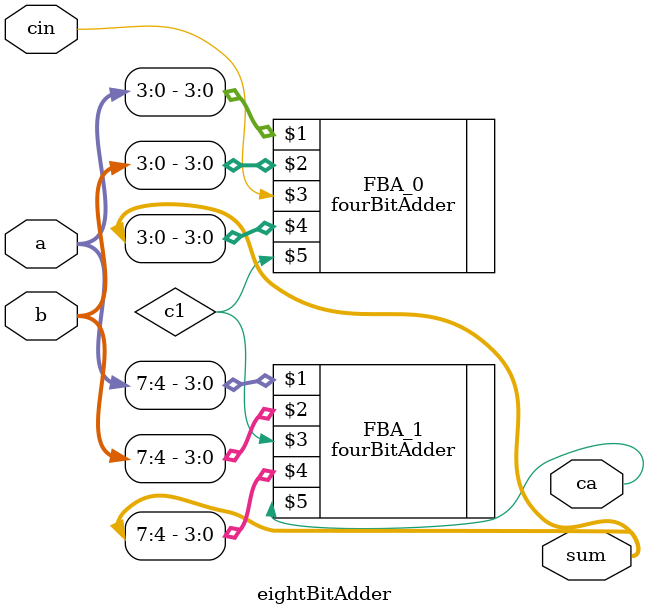
<source format=v>
`include "fourBitAdder.v"

module eightBitAdder(a, b, cin, sum, ca);
input [7:0] a, b;
input cin;

output [7:0] sum;
output ca;

wire c1;

fourBitAdder FBA_0(a[3:0], b[3:0], cin, sum[3:0], c1);
fourBitAdder FBA_1(a[7:4], b[7:4], c1, sum[7:4], ca);

endmodule

</source>
